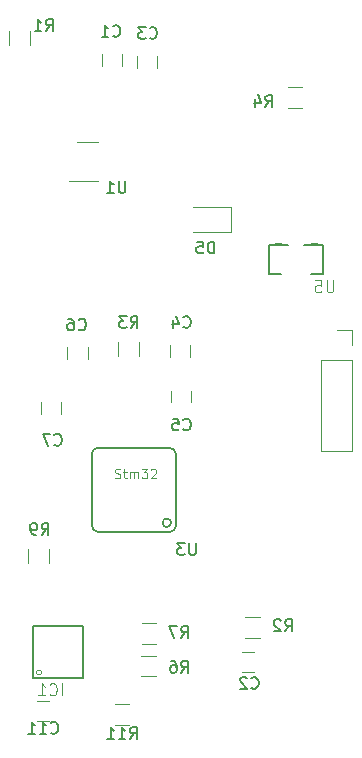
<source format=gbo>
G04 #@! TF.GenerationSoftware,KiCad,Pcbnew,5.1.7-a382d34a8~88~ubuntu18.04.1*
G04 #@! TF.CreationDate,2021-05-31T17:25:42+05:30*
G04 #@! TF.ProjectId,Sensor_PCB_v5,53656e73-6f72-45f5-9043-425f76352e6b,rev?*
G04 #@! TF.SameCoordinates,Original*
G04 #@! TF.FileFunction,Legend,Bot*
G04 #@! TF.FilePolarity,Positive*
%FSLAX46Y46*%
G04 Gerber Fmt 4.6, Leading zero omitted, Abs format (unit mm)*
G04 Created by KiCad (PCBNEW 5.1.7-a382d34a8~88~ubuntu18.04.1) date 2021-05-31 17:25:42*
%MOMM*%
%LPD*%
G01*
G04 APERTURE LIST*
%ADD10C,0.100000*%
%ADD11C,0.127000*%
%ADD12C,0.010000*%
%ADD13C,0.152400*%
%ADD14C,0.150000*%
%ADD15C,0.120000*%
%ADD16C,0.015000*%
G04 APERTURE END LIST*
D10*
X36705759Y-58682849D02*
X36820044Y-58720944D01*
X37010520Y-58720944D01*
X37086711Y-58682849D01*
X37124806Y-58644754D01*
X37162901Y-58568563D01*
X37162901Y-58492373D01*
X37124806Y-58416182D01*
X37086711Y-58378087D01*
X37010520Y-58339992D01*
X36858140Y-58301897D01*
X36781949Y-58263801D01*
X36743854Y-58225706D01*
X36705759Y-58149516D01*
X36705759Y-58073325D01*
X36743854Y-57997135D01*
X36781949Y-57959040D01*
X36858140Y-57920944D01*
X37048616Y-57920944D01*
X37162901Y-57959040D01*
X37391473Y-58187611D02*
X37696235Y-58187611D01*
X37505759Y-57920944D02*
X37505759Y-58606659D01*
X37543854Y-58682849D01*
X37620044Y-58720944D01*
X37696235Y-58720944D01*
X37962901Y-58720944D02*
X37962901Y-58187611D01*
X37962901Y-58263801D02*
X38000997Y-58225706D01*
X38077187Y-58187611D01*
X38191473Y-58187611D01*
X38267663Y-58225706D01*
X38305759Y-58301897D01*
X38305759Y-58720944D01*
X38305759Y-58301897D02*
X38343854Y-58225706D01*
X38420044Y-58187611D01*
X38534330Y-58187611D01*
X38610520Y-58225706D01*
X38648616Y-58301897D01*
X38648616Y-58720944D01*
X38953378Y-57920944D02*
X39448616Y-57920944D01*
X39181949Y-58225706D01*
X39296235Y-58225706D01*
X39372425Y-58263801D01*
X39410520Y-58301897D01*
X39448616Y-58378087D01*
X39448616Y-58568563D01*
X39410520Y-58644754D01*
X39372425Y-58682849D01*
X39296235Y-58720944D01*
X39067663Y-58720944D01*
X38991473Y-58682849D01*
X38953378Y-58644754D01*
X39753378Y-57997135D02*
X39791473Y-57959040D01*
X39867663Y-57920944D01*
X40058140Y-57920944D01*
X40134330Y-57959040D01*
X40172425Y-57997135D01*
X40210520Y-58073325D01*
X40210520Y-58149516D01*
X40172425Y-58263801D01*
X39715282Y-58720944D01*
X40210520Y-58720944D01*
X30495506Y-75174600D02*
G75*
G03*
X30495506Y-75174600I-223606J0D01*
G01*
D11*
X33971900Y-75674600D02*
X29771900Y-75674600D01*
X33971900Y-71274600D02*
X33971900Y-75674600D01*
X29771900Y-71274600D02*
X33971900Y-71274600D01*
X29771900Y-75674600D02*
X29771900Y-71274600D01*
D12*
G36*
X53279400Y-38943700D02*
G01*
X53779400Y-38943700D01*
X53779400Y-38803700D01*
X53279400Y-38803700D01*
X53279400Y-38943700D01*
G37*
X53279400Y-38943700D02*
X53779400Y-38943700D01*
X53779400Y-38803700D01*
X53279400Y-38803700D01*
X53279400Y-38943700D01*
G36*
X50279400Y-38943700D02*
G01*
X50779400Y-38943700D01*
X50779400Y-38803700D01*
X50279400Y-38803700D01*
X50279400Y-38943700D01*
G37*
X50279400Y-38943700D02*
X50779400Y-38943700D01*
X50779400Y-38803700D01*
X50279400Y-38803700D01*
X50279400Y-38943700D01*
D13*
X53309400Y-41443700D02*
X54279400Y-41443700D01*
X49779400Y-41443700D02*
X50749400Y-41443700D01*
X49779400Y-38943700D02*
X49779400Y-41443700D01*
X49779400Y-38943700D02*
X51349400Y-38943700D01*
X52709400Y-38943700D02*
X54279400Y-38943700D01*
X54279400Y-41443700D02*
X54279400Y-38943700D01*
D14*
X41346100Y-63263800D02*
X35250100Y-63263800D01*
X34742100Y-62755800D02*
X34742100Y-56659800D01*
X35250100Y-56151800D02*
X41346100Y-56151800D01*
X41854100Y-56659800D02*
X41854100Y-62755800D01*
X41451310Y-62501800D02*
G75*
G03*
X41451310Y-62501800I-359210J0D01*
G01*
X34742100Y-56659800D02*
G75*
G02*
X35250100Y-56151800I508000J0D01*
G01*
X35250100Y-63263800D02*
G75*
G02*
X34742100Y-62755800I0J508000D01*
G01*
X41346100Y-56151800D02*
G75*
G02*
X41854100Y-56659800I0J-508000D01*
G01*
X41854100Y-62755800D02*
G75*
G02*
X41346100Y-63263800I-508000J0D01*
G01*
D15*
X31141600Y-65928800D02*
X31141600Y-64728800D01*
X29381600Y-64728800D02*
X29381600Y-65928800D01*
X56803600Y-46145100D02*
X55473600Y-46145100D01*
X56803600Y-47475100D02*
X56803600Y-46145100D01*
X56803600Y-48745100D02*
X54143600Y-48745100D01*
X54143600Y-48745100D02*
X54143600Y-56425100D01*
X56803600Y-48745100D02*
X56803600Y-56425100D01*
X56803600Y-56425100D02*
X54143600Y-56425100D01*
X48435600Y-75134800D02*
X47435600Y-75134800D01*
X47435600Y-73434800D02*
X48435600Y-73434800D01*
X41377500Y-48447600D02*
X41377500Y-47447600D01*
X43077500Y-47447600D02*
X43077500Y-48447600D01*
X43146100Y-51305800D02*
X43146100Y-52305800D01*
X41446100Y-52305800D02*
X41446100Y-51305800D01*
X34380500Y-47650800D02*
X34380500Y-48650800D01*
X32680500Y-48650800D02*
X32680500Y-47650800D01*
X32099600Y-52286300D02*
X32099600Y-53286300D01*
X30399600Y-53286300D02*
X30399600Y-52286300D01*
X35596500Y-23791800D02*
X35596500Y-22791800D01*
X37296500Y-22791800D02*
X37296500Y-23791800D01*
X38563200Y-23977200D02*
X38563200Y-22977200D01*
X40263200Y-22977200D02*
X40263200Y-23977200D01*
X47751400Y-72264200D02*
X48951400Y-72264200D01*
X48951400Y-70504200D02*
X47751400Y-70504200D01*
X38743800Y-48369800D02*
X38743800Y-47169800D01*
X36983800Y-47169800D02*
X36983800Y-48369800D01*
X27758500Y-20840100D02*
X27758500Y-22040100D01*
X29518500Y-22040100D02*
X29518500Y-20840100D01*
X52525200Y-25609700D02*
X51325200Y-25609700D01*
X51325200Y-27369700D02*
X52525200Y-27369700D01*
X35271300Y-33520000D02*
X32821300Y-33520000D01*
X33471300Y-30300000D02*
X35271300Y-30300000D01*
X46495100Y-37874800D02*
X43295100Y-37874800D01*
X43295100Y-35754800D02*
X46495100Y-35754800D01*
X46495100Y-35754800D02*
X46495100Y-37874800D01*
X30129900Y-77554700D02*
X31129900Y-77554700D01*
X31129900Y-79254700D02*
X30129900Y-79254700D01*
X40147800Y-73737600D02*
X38947800Y-73737600D01*
X38947800Y-75497600D02*
X40147800Y-75497600D01*
X39008800Y-72779800D02*
X40208800Y-72779800D01*
X40208800Y-71019800D02*
X39008800Y-71019800D01*
X36717700Y-79589500D02*
X37917700Y-79589500D01*
X37917700Y-77829500D02*
X36717700Y-77829500D01*
D16*
X32213196Y-77103008D02*
X32213196Y-76102725D01*
X31165281Y-77007743D02*
X31212913Y-77055376D01*
X31355811Y-77103008D01*
X31451076Y-77103008D01*
X31593973Y-77055376D01*
X31689238Y-76960111D01*
X31736871Y-76864846D01*
X31784504Y-76674316D01*
X31784504Y-76531418D01*
X31736871Y-76340888D01*
X31689238Y-76245623D01*
X31593973Y-76150358D01*
X31451076Y-76102725D01*
X31355811Y-76102725D01*
X31212913Y-76150358D01*
X31165281Y-76197991D01*
X30212630Y-77103008D02*
X30784221Y-77103008D01*
X30498425Y-77103008D02*
X30498425Y-76102725D01*
X30593690Y-76245623D01*
X30688955Y-76340888D01*
X30784221Y-76388521D01*
X55186524Y-41984340D02*
X55186524Y-42793864D01*
X55138905Y-42889102D01*
X55091286Y-42936721D01*
X54996048Y-42984340D01*
X54805572Y-42984340D01*
X54710334Y-42936721D01*
X54662715Y-42889102D01*
X54615096Y-42793864D01*
X54615096Y-41984340D01*
X53662715Y-41984340D02*
X54138905Y-41984340D01*
X54186524Y-42460531D01*
X54138905Y-42412912D01*
X54043667Y-42365293D01*
X53805572Y-42365293D01*
X53710334Y-42412912D01*
X53662715Y-42460531D01*
X53615096Y-42555769D01*
X53615096Y-42793864D01*
X53662715Y-42889102D01*
X53710334Y-42936721D01*
X53805572Y-42984340D01*
X54043667Y-42984340D01*
X54138905Y-42936721D01*
X54186524Y-42889102D01*
D14*
X43548184Y-64227480D02*
X43548184Y-65037004D01*
X43500565Y-65132242D01*
X43452946Y-65179861D01*
X43357708Y-65227480D01*
X43167232Y-65227480D01*
X43071994Y-65179861D01*
X43024375Y-65132242D01*
X42976756Y-65037004D01*
X42976756Y-64227480D01*
X42595803Y-64227480D02*
X41976756Y-64227480D01*
X42310089Y-64608433D01*
X42167232Y-64608433D01*
X42071994Y-64656052D01*
X42024375Y-64703671D01*
X41976756Y-64798909D01*
X41976756Y-65037004D01*
X42024375Y-65132242D01*
X42071994Y-65179861D01*
X42167232Y-65227480D01*
X42452946Y-65227480D01*
X42548184Y-65179861D01*
X42595803Y-65132242D01*
X30491766Y-63515500D02*
X30825100Y-63039310D01*
X31063195Y-63515500D02*
X31063195Y-62515500D01*
X30682242Y-62515500D01*
X30587004Y-62563120D01*
X30539385Y-62610739D01*
X30491766Y-62705977D01*
X30491766Y-62848834D01*
X30539385Y-62944072D01*
X30587004Y-62991691D01*
X30682242Y-63039310D01*
X31063195Y-63039310D01*
X30015576Y-63515500D02*
X29825100Y-63515500D01*
X29729861Y-63467881D01*
X29682242Y-63420262D01*
X29587004Y-63277405D01*
X29539385Y-63086929D01*
X29539385Y-62705977D01*
X29587004Y-62610739D01*
X29634623Y-62563120D01*
X29729861Y-62515500D01*
X29920338Y-62515500D01*
X30015576Y-62563120D01*
X30063195Y-62610739D01*
X30110814Y-62705977D01*
X30110814Y-62944072D01*
X30063195Y-63039310D01*
X30015576Y-63086929D01*
X29920338Y-63134548D01*
X29729861Y-63134548D01*
X29634623Y-63086929D01*
X29587004Y-63039310D01*
X29539385Y-62944072D01*
X48236126Y-76470742D02*
X48283745Y-76518361D01*
X48426602Y-76565980D01*
X48521840Y-76565980D01*
X48664698Y-76518361D01*
X48759936Y-76423123D01*
X48807555Y-76327885D01*
X48855174Y-76137409D01*
X48855174Y-75994552D01*
X48807555Y-75804076D01*
X48759936Y-75708838D01*
X48664698Y-75613600D01*
X48521840Y-75565980D01*
X48426602Y-75565980D01*
X48283745Y-75613600D01*
X48236126Y-75661219D01*
X47855174Y-75661219D02*
X47807555Y-75613600D01*
X47712317Y-75565980D01*
X47474221Y-75565980D01*
X47378983Y-75613600D01*
X47331364Y-75661219D01*
X47283745Y-75756457D01*
X47283745Y-75851695D01*
X47331364Y-75994552D01*
X47902793Y-76565980D01*
X47283745Y-76565980D01*
X42498306Y-45914602D02*
X42545925Y-45962221D01*
X42688782Y-46009840D01*
X42784020Y-46009840D01*
X42926878Y-45962221D01*
X43022116Y-45866983D01*
X43069735Y-45771745D01*
X43117354Y-45581269D01*
X43117354Y-45438412D01*
X43069735Y-45247936D01*
X43022116Y-45152698D01*
X42926878Y-45057460D01*
X42784020Y-45009840D01*
X42688782Y-45009840D01*
X42545925Y-45057460D01*
X42498306Y-45105079D01*
X41641163Y-45343174D02*
X41641163Y-46009840D01*
X41879259Y-44962221D02*
X42117354Y-45676507D01*
X41498306Y-45676507D01*
X42498326Y-54578482D02*
X42545945Y-54626101D01*
X42688802Y-54673720D01*
X42784040Y-54673720D01*
X42926898Y-54626101D01*
X43022136Y-54530863D01*
X43069755Y-54435625D01*
X43117374Y-54245149D01*
X43117374Y-54102292D01*
X43069755Y-53911816D01*
X43022136Y-53816578D01*
X42926898Y-53721340D01*
X42784040Y-53673720D01*
X42688802Y-53673720D01*
X42545945Y-53721340D01*
X42498326Y-53768959D01*
X41593564Y-53673720D02*
X42069755Y-53673720D01*
X42117374Y-54149911D01*
X42069755Y-54102292D01*
X41974517Y-54054673D01*
X41736421Y-54054673D01*
X41641183Y-54102292D01*
X41593564Y-54149911D01*
X41545945Y-54245149D01*
X41545945Y-54483244D01*
X41593564Y-54578482D01*
X41641183Y-54626101D01*
X41736421Y-54673720D01*
X41974517Y-54673720D01*
X42069755Y-54626101D01*
X42117374Y-54578482D01*
X33623506Y-46120342D02*
X33671125Y-46167961D01*
X33813982Y-46215580D01*
X33909220Y-46215580D01*
X34052078Y-46167961D01*
X34147316Y-46072723D01*
X34194935Y-45977485D01*
X34242554Y-45787009D01*
X34242554Y-45644152D01*
X34194935Y-45453676D01*
X34147316Y-45358438D01*
X34052078Y-45263200D01*
X33909220Y-45215580D01*
X33813982Y-45215580D01*
X33671125Y-45263200D01*
X33623506Y-45310819D01*
X32766363Y-45215580D02*
X32956840Y-45215580D01*
X33052078Y-45263200D01*
X33099697Y-45310819D01*
X33194935Y-45453676D01*
X33242554Y-45644152D01*
X33242554Y-46025104D01*
X33194935Y-46120342D01*
X33147316Y-46167961D01*
X33052078Y-46215580D01*
X32861601Y-46215580D01*
X32766363Y-46167961D01*
X32718744Y-46120342D01*
X32671125Y-46025104D01*
X32671125Y-45787009D01*
X32718744Y-45691771D01*
X32766363Y-45644152D01*
X32861601Y-45596533D01*
X33052078Y-45596533D01*
X33147316Y-45644152D01*
X33194935Y-45691771D01*
X33242554Y-45787009D01*
X31571206Y-55879022D02*
X31618825Y-55926641D01*
X31761682Y-55974260D01*
X31856920Y-55974260D01*
X31999778Y-55926641D01*
X32095016Y-55831403D01*
X32142635Y-55736165D01*
X32190254Y-55545689D01*
X32190254Y-55402832D01*
X32142635Y-55212356D01*
X32095016Y-55117118D01*
X31999778Y-55021880D01*
X31856920Y-54974260D01*
X31761682Y-54974260D01*
X31618825Y-55021880D01*
X31571206Y-55069499D01*
X31237873Y-54974260D02*
X30571206Y-54974260D01*
X30999778Y-55974260D01*
X36531886Y-21256262D02*
X36579505Y-21303881D01*
X36722362Y-21351500D01*
X36817600Y-21351500D01*
X36960458Y-21303881D01*
X37055696Y-21208643D01*
X37103315Y-21113405D01*
X37150934Y-20922929D01*
X37150934Y-20780072D01*
X37103315Y-20589596D01*
X37055696Y-20494358D01*
X36960458Y-20399120D01*
X36817600Y-20351500D01*
X36722362Y-20351500D01*
X36579505Y-20399120D01*
X36531886Y-20446739D01*
X35579505Y-21351500D02*
X36150934Y-21351500D01*
X35865220Y-21351500D02*
X35865220Y-20351500D01*
X35960458Y-20494358D01*
X36055696Y-20589596D01*
X36150934Y-20637215D01*
X39638286Y-21444962D02*
X39685905Y-21492581D01*
X39828762Y-21540200D01*
X39924000Y-21540200D01*
X40066858Y-21492581D01*
X40162096Y-21397343D01*
X40209715Y-21302105D01*
X40257334Y-21111629D01*
X40257334Y-20968772D01*
X40209715Y-20778296D01*
X40162096Y-20683058D01*
X40066858Y-20587820D01*
X39924000Y-20540200D01*
X39828762Y-20540200D01*
X39685905Y-20587820D01*
X39638286Y-20635439D01*
X39304953Y-20540200D02*
X38685905Y-20540200D01*
X39019239Y-20921153D01*
X38876381Y-20921153D01*
X38781143Y-20968772D01*
X38733524Y-21016391D01*
X38685905Y-21111629D01*
X38685905Y-21349724D01*
X38733524Y-21444962D01*
X38781143Y-21492581D01*
X38876381Y-21540200D01*
X39162096Y-21540200D01*
X39257334Y-21492581D01*
X39304953Y-21444962D01*
X51113946Y-71684180D02*
X51447280Y-71207990D01*
X51685375Y-71684180D02*
X51685375Y-70684180D01*
X51304422Y-70684180D01*
X51209184Y-70731800D01*
X51161565Y-70779419D01*
X51113946Y-70874657D01*
X51113946Y-71017514D01*
X51161565Y-71112752D01*
X51209184Y-71160371D01*
X51304422Y-71207990D01*
X51685375Y-71207990D01*
X50732994Y-70779419D02*
X50685375Y-70731800D01*
X50590137Y-70684180D01*
X50352041Y-70684180D01*
X50256803Y-70731800D01*
X50209184Y-70779419D01*
X50161565Y-70874657D01*
X50161565Y-70969895D01*
X50209184Y-71112752D01*
X50780613Y-71684180D01*
X50161565Y-71684180D01*
X38027926Y-46012380D02*
X38361260Y-45536190D01*
X38599355Y-46012380D02*
X38599355Y-45012380D01*
X38218402Y-45012380D01*
X38123164Y-45060000D01*
X38075545Y-45107619D01*
X38027926Y-45202857D01*
X38027926Y-45345714D01*
X38075545Y-45440952D01*
X38123164Y-45488571D01*
X38218402Y-45536190D01*
X38599355Y-45536190D01*
X37694593Y-45012380D02*
X37075545Y-45012380D01*
X37408879Y-45393333D01*
X37266021Y-45393333D01*
X37170783Y-45440952D01*
X37123164Y-45488571D01*
X37075545Y-45583809D01*
X37075545Y-45821904D01*
X37123164Y-45917142D01*
X37170783Y-45964761D01*
X37266021Y-46012380D01*
X37551736Y-46012380D01*
X37646974Y-45964761D01*
X37694593Y-45917142D01*
X30854946Y-20863820D02*
X31188280Y-20387630D01*
X31426375Y-20863820D02*
X31426375Y-19863820D01*
X31045422Y-19863820D01*
X30950184Y-19911440D01*
X30902565Y-19959059D01*
X30854946Y-20054297D01*
X30854946Y-20197154D01*
X30902565Y-20292392D01*
X30950184Y-20340011D01*
X31045422Y-20387630D01*
X31426375Y-20387630D01*
X29902565Y-20863820D02*
X30473994Y-20863820D01*
X30188280Y-20863820D02*
X30188280Y-19863820D01*
X30283518Y-20006678D01*
X30378756Y-20101916D01*
X30473994Y-20149535D01*
X49440106Y-27279900D02*
X49773440Y-26803710D01*
X50011535Y-27279900D02*
X50011535Y-26279900D01*
X49630582Y-26279900D01*
X49535344Y-26327520D01*
X49487725Y-26375139D01*
X49440106Y-26470377D01*
X49440106Y-26613234D01*
X49487725Y-26708472D01*
X49535344Y-26756091D01*
X49630582Y-26803710D01*
X50011535Y-26803710D01*
X48582963Y-26613234D02*
X48582963Y-27279900D01*
X48821059Y-26232281D02*
X49059154Y-26946567D01*
X48440106Y-26946567D01*
X37586844Y-33564560D02*
X37586844Y-34374084D01*
X37539225Y-34469322D01*
X37491606Y-34516941D01*
X37396368Y-34564560D01*
X37205892Y-34564560D01*
X37110654Y-34516941D01*
X37063035Y-34469322D01*
X37015416Y-34374084D01*
X37015416Y-33564560D01*
X36015416Y-34564560D02*
X36586844Y-34564560D01*
X36301130Y-34564560D02*
X36301130Y-33564560D01*
X36396368Y-33707418D01*
X36491606Y-33802656D01*
X36586844Y-33850275D01*
X45127175Y-39690340D02*
X45127175Y-38690340D01*
X44889080Y-38690340D01*
X44746222Y-38737960D01*
X44650984Y-38833198D01*
X44603365Y-38928436D01*
X44555746Y-39118912D01*
X44555746Y-39261769D01*
X44603365Y-39452245D01*
X44650984Y-39547483D01*
X44746222Y-39642721D01*
X44889080Y-39690340D01*
X45127175Y-39690340D01*
X43650984Y-38690340D02*
X44127175Y-38690340D01*
X44174794Y-39166531D01*
X44127175Y-39118912D01*
X44031937Y-39071293D01*
X43793841Y-39071293D01*
X43698603Y-39118912D01*
X43650984Y-39166531D01*
X43603365Y-39261769D01*
X43603365Y-39499864D01*
X43650984Y-39595102D01*
X43698603Y-39642721D01*
X43793841Y-39690340D01*
X44031937Y-39690340D01*
X44127175Y-39642721D01*
X44174794Y-39595102D01*
X31272757Y-80261842D02*
X31320376Y-80309461D01*
X31463233Y-80357080D01*
X31558471Y-80357080D01*
X31701328Y-80309461D01*
X31796566Y-80214223D01*
X31844185Y-80118985D01*
X31891804Y-79928509D01*
X31891804Y-79785652D01*
X31844185Y-79595176D01*
X31796566Y-79499938D01*
X31701328Y-79404700D01*
X31558471Y-79357080D01*
X31463233Y-79357080D01*
X31320376Y-79404700D01*
X31272757Y-79452319D01*
X30320376Y-80357080D02*
X30891804Y-80357080D01*
X30606090Y-80357080D02*
X30606090Y-79357080D01*
X30701328Y-79499938D01*
X30796566Y-79595176D01*
X30891804Y-79642795D01*
X29367995Y-80357080D02*
X29939423Y-80357080D01*
X29653709Y-80357080D02*
X29653709Y-79357080D01*
X29748947Y-79499938D01*
X29844185Y-79595176D01*
X29939423Y-79642795D01*
X42310346Y-75191900D02*
X42643680Y-74715710D01*
X42881775Y-75191900D02*
X42881775Y-74191900D01*
X42500822Y-74191900D01*
X42405584Y-74239520D01*
X42357965Y-74287139D01*
X42310346Y-74382377D01*
X42310346Y-74525234D01*
X42357965Y-74620472D01*
X42405584Y-74668091D01*
X42500822Y-74715710D01*
X42881775Y-74715710D01*
X41453203Y-74191900D02*
X41643680Y-74191900D01*
X41738918Y-74239520D01*
X41786537Y-74287139D01*
X41881775Y-74429996D01*
X41929394Y-74620472D01*
X41929394Y-75001424D01*
X41881775Y-75096662D01*
X41834156Y-75144281D01*
X41738918Y-75191900D01*
X41548441Y-75191900D01*
X41453203Y-75144281D01*
X41405584Y-75096662D01*
X41357965Y-75001424D01*
X41357965Y-74763329D01*
X41405584Y-74668091D01*
X41453203Y-74620472D01*
X41548441Y-74572853D01*
X41738918Y-74572853D01*
X41834156Y-74620472D01*
X41881775Y-74668091D01*
X41929394Y-74763329D01*
X42310386Y-72260740D02*
X42643720Y-71784550D01*
X42881815Y-72260740D02*
X42881815Y-71260740D01*
X42500862Y-71260740D01*
X42405624Y-71308360D01*
X42358005Y-71355979D01*
X42310386Y-71451217D01*
X42310386Y-71594074D01*
X42358005Y-71689312D01*
X42405624Y-71736931D01*
X42500862Y-71784550D01*
X42881815Y-71784550D01*
X41977053Y-71260740D02*
X41310386Y-71260740D01*
X41738958Y-72260740D01*
X37960557Y-80811880D02*
X38293890Y-80335690D01*
X38531985Y-80811880D02*
X38531985Y-79811880D01*
X38151033Y-79811880D01*
X38055795Y-79859500D01*
X38008176Y-79907119D01*
X37960557Y-80002357D01*
X37960557Y-80145214D01*
X38008176Y-80240452D01*
X38055795Y-80288071D01*
X38151033Y-80335690D01*
X38531985Y-80335690D01*
X37008176Y-80811880D02*
X37579604Y-80811880D01*
X37293890Y-80811880D02*
X37293890Y-79811880D01*
X37389128Y-79954738D01*
X37484366Y-80049976D01*
X37579604Y-80097595D01*
X36055795Y-80811880D02*
X36627223Y-80811880D01*
X36341509Y-80811880D02*
X36341509Y-79811880D01*
X36436747Y-79954738D01*
X36531985Y-80049976D01*
X36627223Y-80097595D01*
M02*

</source>
